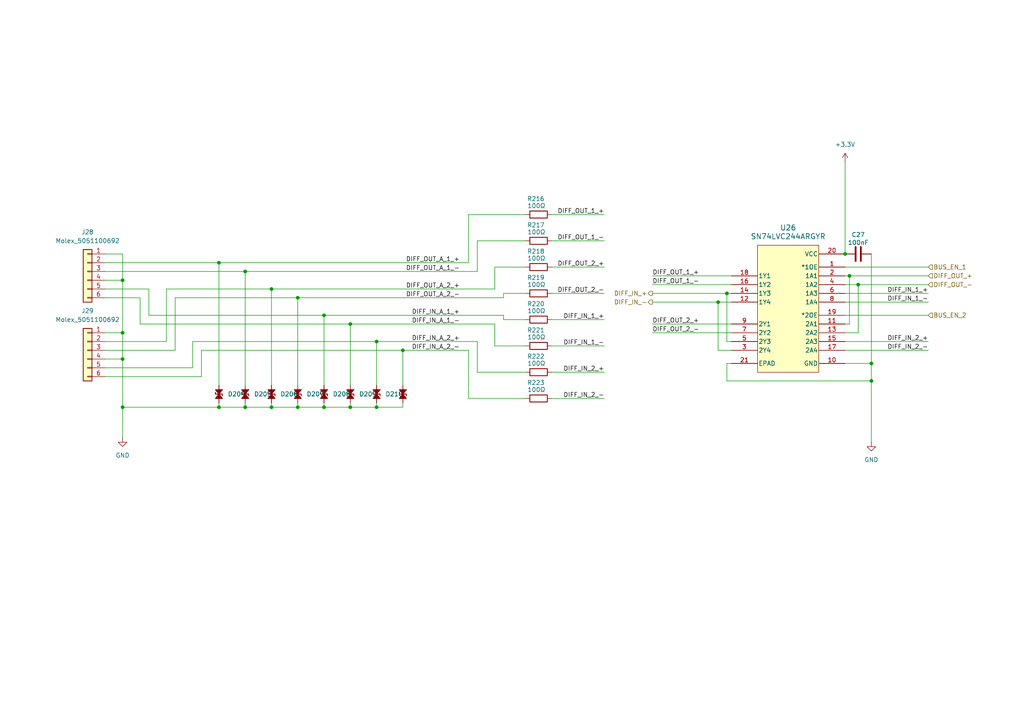
<source format=kicad_sch>
(kicad_sch (version 20250114) (generator "eeschema") (generator_version "9.0")
  (paper "A4")
  (title_block (title "Dual Inner Small Panel Connector") (date "2025-08-04") (rev "REV A") (company "TamperSec") (comment 1 "Justin Newkirk"))
  (lib_symbols
    (symbol "Connector_Generic:Conn_01x06" (pin_names (offset 1.016) (hide yes))
      (property "Reference" "J" (at 0 7.62 0))
      (property "Value" "Conn_01x06" (at 0 -10.16 0))
      (symbol "Conn_01x06_1_1"
        (rectangle (start -1.27 6.35) (end 1.27 -8.89) (stroke (width 0.254)) (fill (type background)))
        (rectangle (start -1.27 5.207) (end 0 4.953) (stroke (width 0.1524)))
        (rectangle (start -1.27 2.667) (end 0 2.413) (stroke (width 0.1524)))
        (rectangle (start -1.27 0.127) (end 0 -0.127) (stroke (width 0.1524)))
        (rectangle (start -1.27 -2.413) (end 0 -2.667) (stroke (width 0.1524)))
        (rectangle (start -1.27 -4.953) (end 0 -5.207) (stroke (width 0.1524)))
        (rectangle (start -1.27 -7.493) (end 0 -7.747) (stroke (width 0.1524)))
        (pin passive line (at -5.08 5.08 0) (length 3.81) (name "Pin_1") (number "1"))
        (pin passive line (at -5.08 2.54 0) (length 3.81) (name "Pin_2") (number "2"))
        (pin passive line (at -5.08 0 0) (length 3.81) (name "Pin_3") (number "3"))
        (pin passive line (at -5.08 -2.54 0) (length 3.81) (name "Pin_4") (number "4"))
        (pin passive line (at -5.08 -5.08 0) (length 3.81) (name "Pin_5") (number "5"))
        (pin passive line (at -5.08 -7.62 0) (length 3.81) (name "Pin_6") (number "6"))
      )
    )
    (symbol "Device:C" (pin_numbers (hide yes)) (pin_names (offset 0.254))
      (property "Reference" "C" (at 0.635 2.54 0))
      (property "Value" "C" (at 0.635 -2.54 0))
      (symbol "C_0_1"
        (polyline (pts (xy -2.032 0.762) (xy 2.032 0.762)) (stroke (width 0.508)))
        (polyline (pts (xy -2.032 -0.762) (xy 2.032 -0.762)) (stroke (width 0.508)))
      )
      (symbol "C_1_1"
        (pin passive line (at 0 3.81 270) (length 2.794) (name "~") (number "1"))
        (pin passive line (at 0 -3.81 90) (length 2.794) (name "~") (number "2"))
      )
    )
    (symbol "Device:D_TVS_Small_Filled" (pin_numbers (hide yes)) (pin_names (offset 1.016) (hide yes))
      (property "Reference" "D" (at 0 2.54 0))
      (property "Value" "D_TVS_Small_Filled" (at 0 -2.54 0))
      (symbol "D_TVS_Small_Filled_0_1"
        (polyline (pts (xy -1.27 0) (xy 1.27 0)))
        (polyline (pts (xy 0.508 1.016) (xy 0 1.016) (xy 0 -1.016) (xy -0.508 -1.016)) (stroke (width 0.254)))
      )
      (symbol "D_TVS_Small_Filled_1_1"
        (polyline (pts (xy -1.27 1.016) (xy -1.27 -1.016) (xy 0 0) (xy -1.27 1.016)) (stroke (width 0.254)) (fill (type outline)))
        (polyline (pts (xy 0 0) (xy 1.27 1.016) (xy 1.27 -1.016) (xy 0 0)) (stroke (width 0.254)) (fill (type outline)))
        (pin passive line (at -2.54 0 0) (length 1.27) (name "A1") (number "1"))
        (pin passive line (at 2.54 0 180) (length 1.27) (name "A2") (number "2"))
      )
    )
    (symbol "Device:R" (pin_numbers (hide yes)) (pin_names (offset 0))
      (property "Reference" "R" (at 2.032 0 90))
      (property "Value" "R" (at 0 0 90))
      (symbol "R_0_1"
        (rectangle (start -1.016 -2.54) (end 1.016 2.54) (stroke (width 0.254)))
      )
      (symbol "R_1_1"
        (pin passive line (at 0 3.81 270) (length 1.27) (name "~") (number "1"))
        (pin passive line (at 0 -3.81 90) (length 1.27) (name "~") (number "2"))
      )
    )
    (symbol "SN74LVC244ARGYR:SN74LVC244ARGYR" (pin_names (offset 0.254))
      (property "Reference" "U" (at 16.002 9.652 0))
      (property "Value" "SN74LVC244ARGYR" (at 16.002 7.112 0))
      (symbol "SN74LVC244ARGYR_0_1"
        (pin output line (at 0 -6.35 0) (length 7.62) (name "1Y2") (number "16"))
        (pin output line (at 0 -8.89 0) (length 7.62) (name "1Y3") (number "14"))
        (pin output line (at 0 -11.43 0) (length 7.62) (name "1Y4") (number "12"))
        (pin output line (at 0 -17.78 0) (length 7.62) (name "2Y1") (number "9"))
        (pin output line (at 0 -20.32 0) (length 7.62) (name "2Y2") (number "7"))
        (pin output line (at 0 -22.86 0) (length 7.62) (name "2Y3") (number "5"))
        (pin output line (at 0 -25.4 0) (length 7.62) (name "2Y4") (number "3"))
        (pin unspecified line (at 0 -29.21 0) (length 7.62) (name "EPAD") (number "21"))
        (pin power_in line (at 33.02 2.54 180) (length 7.62) (name "VCC") (number "20"))
        (pin input line (at 33.02 -1.27 180) (length 7.62) (name "*1OE") (number "1"))
        (pin input line (at 33.02 -3.81 180) (length 7.62) (name "1A1") (number "2"))
        (pin input line (at 33.02 -6.35 180) (length 7.62) (name "1A2") (number "4"))
        (pin input line (at 33.02 -8.89 180) (length 7.62) (name "1A3") (number "6"))
        (pin input line (at 33.02 -11.43 180) (length 7.62) (name "1A4") (number "8"))
        (pin input line (at 33.02 -15.24 180) (length 7.62) (name "*2OE") (number "19"))
        (pin input line (at 33.02 -17.78 180) (length 7.62) (name "2A1") (number "11"))
        (pin input line (at 33.02 -20.32 180) (length 7.62) (name "2A2") (number "13"))
        (pin input line (at 33.02 -22.86 180) (length 7.62) (name "2A3") (number "15"))
        (pin input line (at 33.02 -25.4 180) (length 7.62) (name "2A4") (number "17"))
        (pin power_in line (at 33.02 -29.21 180) (length 7.62) (name "GND") (number "10"))
      )
      (symbol "SN74LVC244ARGYR_1_1"
        (rectangle (start 7.62 5.08) (end 25.4 -31.75) (fill (type background)))
        (pin output line (at 0 -3.81 0) (length 7.62) (name "1Y1") (number "18"))
      )
    )
    (symbol "power:+3.3V" (power) (pin_numbers (hide yes)) (pin_names (offset 0) (hide yes))
      (property "Value" "+3.3V" (at 0 3.556 0))
      (symbol "+3.3V_0_1"
        (polyline (pts (xy -0.762 1.27) (xy 0 2.54)))
        (polyline (pts (xy 0 2.54) (xy 0.762 1.27)))
        (polyline (pts (xy 0 0) (xy 0 2.54)))
      )
      (symbol "+3.3V_1_1"
        (pin power_in line (at 0 0 90) (length 0) (name "~") (number "1"))
      )
    )
    (symbol "power:GND" (power) (pin_numbers (hide yes)) (pin_names (offset 0) (hide yes))
      (property "Value" "GND" (at 0 -3.81 0))
      (symbol "GND_0_1"
        (polyline (pts (xy 0 0) (xy 0 -1.27) (xy 1.27 -1.27) (xy 0 -2.54) (xy -1.27 -1.27) (xy 0 -1.27)))
      )
      (symbol "GND_1_1"
        (pin power_in line (at 0 0 270) (length 0) (name "~") (number "1"))
      )
    )
  )
  (junction (at 78.74 83.82))
  (junction (at 63.5 118.11))
  (junction (at 93.98 118.11))
  (junction (at 35.56 118.11))
  (junction (at 35.56 96.52))
  (junction (at 86.36 86.36))
  (junction (at 109.22 99.06))
  (junction (at 35.56 81.28))
  (junction (at 71.12 118.11))
  (junction (at 252.73 105.41))
  (junction (at 101.6 118.11))
  (junction (at 35.56 104.14))
  (junction (at 248.92 82.55))
  (junction (at 63.5 76.2))
  (junction (at 210.82 85.09))
  (junction (at 101.6 93.98))
  (junction (at 208.28 87.63))
  (junction (at 116.84 101.6))
  (junction (at 246.38 80.01))
  (junction (at 252.73 110.49))
  (junction (at 78.74 118.11))
  (junction (at 71.12 78.74))
  (junction (at 86.36 118.11))
  (junction (at 245.11 73.66))
  (junction (at 93.98 91.44))
  (junction (at 109.22 118.11))
  (wire (pts (xy 175.26 92.71) (xy 160.02 92.71)))
  (wire (pts (xy 35.56 96.52) (xy 35.56 104.14)))
  (wire (pts (xy 93.98 91.44) (xy 146.05 91.44)))
  (wire (pts (xy 212.09 105.41) (xy 210.82 105.41)))
  (wire (pts (xy 135.89 76.2) (xy 135.89 62.23)))
  (wire (pts (xy 30.48 106.68) (xy 55.88 106.68)))
  (wire (pts (xy 78.74 83.82) (xy 78.74 111.76)))
  (wire (pts (xy 86.36 118.11) (xy 93.98 118.11)))
  (wire (pts (xy 135.89 115.57) (xy 152.4 115.57)))
  (wire (pts (xy 109.22 99.06) (xy 109.22 111.76)))
  (wire (pts (xy 116.84 101.6) (xy 116.84 111.76)))
  (wire (pts (xy 189.23 93.98) (xy 212.09 93.98)))
  (wire (pts (xy 143.51 77.47) (xy 152.4 77.47)))
  (wire (pts (xy 109.22 99.06) (xy 138.43 99.06)))
  (wire (pts (xy 245.11 99.06) (xy 269.24 99.06)))
  (wire (pts (xy 101.6 93.98) (xy 143.51 93.98)))
  (wire (pts (xy 175.26 62.23) (xy 160.02 62.23)))
  (wire (pts (xy 252.73 110.49) (xy 252.73 128.27)))
  (wire (pts (xy 208.28 87.63) (xy 212.09 87.63)))
  (wire (pts (xy 146.05 85.09) (xy 146.05 86.36)))
  (wire (pts (xy 71.12 118.11) (xy 71.12 116.84)))
  (wire (pts (xy 208.28 101.6) (xy 212.09 101.6)))
  (wire (pts (xy 71.12 118.11) (xy 78.74 118.11)))
  (wire (pts (xy 48.26 99.06) (xy 30.48 99.06)))
  (wire (pts (xy 246.38 80.01) (xy 269.24 80.01)))
  (wire (pts (xy 146.05 92.71) (xy 146.05 91.44)))
  (wire (pts (xy 86.36 118.11) (xy 86.36 116.84)))
  (wire (pts (xy 101.6 118.11) (xy 101.6 116.84)))
  (wire (pts (xy 101.6 118.11) (xy 109.22 118.11)))
  (wire (pts (xy 175.26 115.57) (xy 160.02 115.57)))
  (wire (pts (xy 40.64 86.36) (xy 40.64 93.98)))
  (wire (pts (xy 245.11 82.55) (xy 248.92 82.55)))
  (wire (pts (xy 210.82 85.09) (xy 210.82 99.06)))
  (wire (pts (xy 30.48 101.6) (xy 50.8 101.6)))
  (wire (pts (xy 143.51 83.82) (xy 143.51 77.47)))
  (wire (pts (xy 138.43 78.74) (xy 138.43 69.85)))
  (wire (pts (xy 109.22 118.11) (xy 116.84 118.11)))
  (wire (pts (xy 135.89 101.6) (xy 135.89 115.57)))
  (wire (pts (xy 30.48 76.2) (xy 63.5 76.2)))
  (wire (pts (xy 210.82 110.49) (xy 252.73 110.49)))
  (wire (pts (xy 86.36 86.36) (xy 86.36 111.76)))
  (wire (pts (xy 35.56 81.28) (xy 35.56 96.52)))
  (wire (pts (xy 30.48 81.28) (xy 35.56 81.28)))
  (wire (pts (xy 78.74 83.82) (xy 48.26 83.82)))
  (wire (pts (xy 189.23 96.52) (xy 212.09 96.52)))
  (wire (pts (xy 245.11 77.47) (xy 269.24 77.47)))
  (wire (pts (xy 78.74 118.11) (xy 86.36 118.11)))
  (wire (pts (xy 43.18 83.82) (xy 43.18 91.44)))
  (wire (pts (xy 30.48 83.82) (xy 43.18 83.82)))
  (wire (pts (xy 175.26 85.09) (xy 160.02 85.09)))
  (wire (pts (xy 93.98 118.11) (xy 93.98 116.84)))
  (wire (pts (xy 55.88 99.06) (xy 109.22 99.06)))
  (wire (pts (xy 210.82 99.06) (xy 212.09 99.06)))
  (wire (pts (xy 189.23 82.55) (xy 212.09 82.55)))
  (wire (pts (xy 30.48 86.36) (xy 40.64 86.36)))
  (wire (pts (xy 252.73 73.66) (xy 252.73 105.41)))
  (wire (pts (xy 252.73 105.41) (xy 252.73 110.49)))
  (wire (pts (xy 245.11 85.09) (xy 269.24 85.09)))
  (wire (pts (xy 30.48 78.74) (xy 71.12 78.74)))
  (wire (pts (xy 138.43 69.85) (xy 152.4 69.85)))
  (wire (pts (xy 86.36 86.36) (xy 146.05 86.36)))
  (wire (pts (xy 245.11 87.63) (xy 269.24 87.63)))
  (wire (pts (xy 175.26 77.47) (xy 160.02 77.47)))
  (wire (pts (xy 138.43 99.06) (xy 138.43 107.95)))
  (wire (pts (xy 175.26 107.95) (xy 160.02 107.95)))
  (wire (pts (xy 101.6 93.98) (xy 101.6 111.76)))
  (wire (pts (xy 58.42 109.22) (xy 58.42 101.6)))
  (wire (pts (xy 63.5 76.2) (xy 135.89 76.2)))
  (wire (pts (xy 30.48 73.66) (xy 35.56 73.66)))
  (wire (pts (xy 50.8 86.36) (xy 86.36 86.36)))
  (wire (pts (xy 116.84 118.11) (xy 116.84 116.84)))
  (wire (pts (xy 63.5 118.11) (xy 63.5 116.84)))
  (wire (pts (xy 245.11 80.01) (xy 246.38 80.01)))
  (wire (pts (xy 40.64 93.98) (xy 101.6 93.98)))
  (wire (pts (xy 189.23 87.63) (xy 208.28 87.63)))
  (wire (pts (xy 58.42 101.6) (xy 116.84 101.6)))
  (wire (pts (xy 189.23 85.09) (xy 210.82 85.09)))
  (wire (pts (xy 48.26 83.82) (xy 48.26 99.06)))
  (wire (pts (xy 78.74 118.11) (xy 78.74 116.84)))
  (wire (pts (xy 135.89 62.23) (xy 152.4 62.23)))
  (wire (pts (xy 245.11 91.44) (xy 269.24 91.44)))
  (wire (pts (xy 71.12 78.74) (xy 71.12 111.76)))
  (wire (pts (xy 138.43 107.95) (xy 152.4 107.95)))
  (wire (pts (xy 245.11 101.6) (xy 269.24 101.6)))
  (wire (pts (xy 35.56 118.11) (xy 35.56 127)))
  (wire (pts (xy 93.98 118.11) (xy 101.6 118.11)))
  (wire (pts (xy 63.5 118.11) (xy 71.12 118.11)))
  (wire (pts (xy 109.22 118.11) (xy 109.22 116.84)))
  (wire (pts (xy 50.8 101.6) (xy 50.8 86.36)))
  (wire (pts (xy 146.05 85.09) (xy 152.4 85.09)))
  (wire (pts (xy 35.56 118.11) (xy 63.5 118.11)))
  (wire (pts (xy 116.84 101.6) (xy 135.89 101.6)))
  (wire (pts (xy 210.82 85.09) (xy 212.09 85.09)))
  (wire (pts (xy 245.11 93.98) (xy 246.38 93.98)))
  (wire (pts (xy 248.92 82.55) (xy 269.24 82.55)))
  (wire (pts (xy 63.5 76.2) (xy 63.5 111.76)))
  (wire (pts (xy 175.26 69.85) (xy 160.02 69.85)))
  (wire (pts (xy 208.28 87.63) (xy 208.28 101.6)))
  (wire (pts (xy 245.11 96.52) (xy 248.92 96.52)))
  (wire (pts (xy 146.05 92.71) (xy 152.4 92.71)))
  (wire (pts (xy 245.11 105.41) (xy 252.73 105.41)))
  (wire (pts (xy 71.12 78.74) (xy 138.43 78.74)))
  (wire (pts (xy 30.48 109.22) (xy 58.42 109.22)))
  (wire (pts (xy 143.51 100.33) (xy 152.4 100.33)))
  (wire (pts (xy 248.92 82.55) (xy 248.92 96.52)))
  (wire (pts (xy 143.51 93.98) (xy 143.51 100.33)))
  (wire (pts (xy 175.26 100.33) (xy 160.02 100.33)))
  (wire (pts (xy 43.18 91.44) (xy 93.98 91.44)))
  (wire (pts (xy 35.56 104.14) (xy 35.56 118.11)))
  (wire (pts (xy 35.56 73.66) (xy 35.56 81.28)))
  (wire (pts (xy 93.98 91.44) (xy 93.98 111.76)))
  (wire (pts (xy 189.23 80.01) (xy 212.09 80.01)))
  (wire (pts (xy 78.74 83.82) (xy 143.51 83.82)))
  (wire (pts (xy 30.48 96.52) (xy 35.56 96.52)))
  (wire (pts (xy 210.82 105.41) (xy 210.82 110.49)))
  (wire (pts (xy 55.88 106.68) (xy 55.88 99.06)))
  (wire (pts (xy 30.48 104.14) (xy 35.56 104.14)))
  (wire (pts (xy 246.38 80.01) (xy 246.38 93.98)))
  (wire (pts (xy 245.11 46.99) (xy 245.11 73.66)))
  (label "DIFF_OUT_2_-" (at 175.26 85.09 180))
  (label "DIFF_OUT_1_+" (at 189.23 80.01 0))
  (label "DIFF_OUT_2_+" (at 175.26 77.47 180))
  (label "DIFF_OUT_2_-" (at 189.23 96.52 0))
  (label "DIFF_IN_2_+" (at 175.26 107.95 180))
  (label "DIFF_OUT_A_1_+" (at 133.35 76.2 180))
  (label "DIFF_IN_A_2_+" (at 133.35 99.06 180))
  (label "DIFF_IN_1_-" (at 175.26 100.33 180))
  (label "DIFF_IN_2_-" (at 269.24 101.6 180))
  (label "DIFF_OUT_A_1_-" (at 133.35 78.74 180))
  (label "DIFF_OUT_2_+" (at 189.23 93.98 0))
  (label "DIFF_IN_A_1_+" (at 133.35 91.44 180))
  (label "DIFF_OUT_1_+" (at 175.26 62.23 180))
  (label "DIFF_IN_A_1_-" (at 133.35 93.98 180))
  (label "DIFF_IN_2_+" (at 269.24 99.06 180))
  (label "DIFF_IN_1_+" (at 175.26 92.71 180))
  (label "DIFF_OUT_1_-" (at 175.26 69.85 180))
  (label "DIFF_IN_1_+" (at 269.24 85.09 180))
  (label "DIFF_OUT_A_2_+" (at 133.35 83.82 180))
  (label "DIFF_IN_A_2_-" (at 133.35 101.6 180))
  (label "DIFF_OUT_A_2_-" (at 133.35 86.36 180))
  (label "DIFF_IN_1_-" (at 269.24 87.63 180))
  (label "DIFF_IN_2_-" (at 175.26 115.57 180))
  (label "DIFF_OUT_1_-" (at 189.23 82.55 0))
  (hierarchical_label "DIFF_OUT_+" (shape input) (at 269.24 80.01 0))
  (hierarchical_label "DIFF_OUT_-" (shape input) (at 269.24 82.55 0))
  (hierarchical_label "DIFF_IN_+" (shape output) (at 189.23 85.09 180))
  (hierarchical_label "BUS_EN_1" (shape input) (at 269.24 77.47 0))
  (hierarchical_label "BUS_EN_2" (shape input) (at 269.24 91.44 0))
  (hierarchical_label "DIFF_IN_-" (shape output) (at 189.23 87.63 180))
  (symbol (lib_id "Device:C") (at 248.92 73.66 270) (unit 1)
    (property "Reference" "C22" (at 248.92 68.072 90))
    (property "Value" "100nF" (at 248.92 70.358 90))
    (property "Footprint" "Capacitor_SMD:C_0201_0603Metric" (effects (hide yes)))
    (property "Datasheet" "https://www.lcsc.com/datasheet/lcsc_datasheet_2304140030_Samsung-Electro-Mechanics-CL03A104KP3NNNC_C49062.pdf" (effects (hide yes)))
    (property "Description" "Unpolarized capacitor" (effects (hide yes)))
    (property "JLCPCB Part #" "C49062" (effects (hide yes)))
    (property "Manufacturer Part #" "CL03A104KP3NNNC" (effects (hide yes)))
    (property "Status" "Extended" (effects (hide yes)))
    (instances (project "cerberus" (path "" (reference "C27") (unit 1)) (path "" (reference "C26") (unit 1)) (path "" (reference "C28") (unit 1)) (path "" (reference "C22") (unit 1))))
  )
  (symbol (lib_id "power:+3.3V") (at 245.11 46.99 0) (unit 1)
    (property "Reference" "#PWR066" (effects (hide yes)))
    (property "Value" "+3.3V" (at 245.11 41.91 0))
    (property "Description" "Power symbol creates a global label with name \"+3.3V\"" (effects (hide yes)))
    (instances (project "cerberus" (path "" (reference "#PWR082") (unit 1)) (path "" (reference "#PWR028") (unit 1)) (path "" (reference "#PWR085") (unit 1)) (path "" (reference "#PWR066") (unit 1))))
  )
  (symbol (lib_id "Device:D_TVS_Small_Filled") (at 63.5 114.3 270) (unit 1)
    (property "Reference" "D76" (at 66.04 114.2999 90) (effects (justify left)))
    (property "Value" "H5VL10B" (effects (hide yes)))
    (property "Footprint" "Diode_SMD:D_SOD-882D" (effects (hide yes)))
    (property "Datasheet" "https://wmsc.lcsc.com/wmsc/upload/file/pdf/v2/lcsc/2306301553_hongjiacheng-H5VL10B_C7420372.pdf" (effects (hide yes)))
    (property "Description" "Bidirectional transient-voltage-suppression diode, small symbol, filled shape" (effects (hide yes)))
    (property "JLCPCB Part #" "C7420372" (effects (hide yes)))
    (property "Manufacturer Part #" "H5VL10B" (effects (hide yes)))
    (property "Status" "Preferred" (effects (hide yes)))
    (instances (project "cerberus" (path "" (reference "D204") (unit 1)) (path "" (reference "D196") (unit 1)) (path "" (reference "D212") (unit 1)) (path "" (reference "D76") (unit 1))))
  )
  (symbol (lib_id "Device:R") (at 156.21 100.33 90) (unit 1)
    (property "Reference" "R113" (at 157.988 95.758 90) (effects (justify left)))
    (property "Value" "100Ω" (at 158.242 97.79 90) (effects (justify left)))
    (property "Footprint" "Resistor_SMD:R_0201_0603Metric" (effects (hide yes)))
    (property "Datasheet" "https://jlcpcb.com/api/file/downloadByFileSystemAccessId/8589784670620848128" (effects (hide yes)))
    (property "Description" "Resistor" (effects (hide yes)))
    (property "JLCPCB Part #" "C270366" (effects (hide yes)))
    (property "Manufacturer Part #" "0201WMF1000TEE" (effects (hide yes)))
    (property "Status" "Extended" (effects (hide yes)))
    (instances (project "cerberus" (path "" (reference "R221") (unit 1)) (path "" (reference "R213") (unit 1)) (path "" (reference "R229") (unit 1)) (path "" (reference "R113") (unit 1))))
  )
  (symbol (lib_id "Device:R") (at 156.21 77.47 90) (unit 1)
    (property "Reference" "R110" (at 157.988 72.898 90) (effects (justify left)))
    (property "Value" "100Ω" (at 158.242 74.93 90) (effects (justify left)))
    (property "Footprint" "Resistor_SMD:R_0201_0603Metric" (effects (hide yes)))
    (property "Datasheet" "https://jlcpcb.com/api/file/downloadByFileSystemAccessId/8589784670620848128" (effects (hide yes)))
    (property "Description" "Resistor" (effects (hide yes)))
    (property "JLCPCB Part #" "C270366" (effects (hide yes)))
    (property "Manufacturer Part #" "0201WMF1000TEE" (effects (hide yes)))
    (property "Status" "Extended" (effects (hide yes)))
    (instances (project "cerberus" (path "" (reference "R218") (unit 1)) (path "" (reference "R210") (unit 1)) (path "" (reference "R226") (unit 1)) (path "" (reference "R110") (unit 1))))
  )
  (symbol (lib_id "SN74LVC244ARGYR:SN74LVC244ARGYR") (at 212.09 76.2 0) (unit 1)
    (property "Reference" "U20" (at 228.6 66.04 0) (effects (font (size 1.524 1.524))))
    (property "Value" "SN74LVC244ARGYR" (at 228.6 68.58 0) (effects (font (size 1.524 1.524))))
    (property "Footprint" "ul_SN74LVC244ARGYR:RGY20_3P05X2P05" (effects (hide yes)))
    (property "Datasheet" "https://www.ti.com/lit/gpn/sn74lvc244a" (effects (hide yes)))
    (property "JLCPCB Part #" "C2652127" (effects (hide yes)))
    (property "Manufacturer Part #" "SN74LVC244ARGYR" (effects (hide yes)))
    (property "Status" "Extended" (effects (hide yes)))
    (instances (project "cerberus" (path "" (reference "U26") (unit 1)) (path "" (reference "U25") (unit 1)) (path "" (reference "U27") (unit 1)) (path "" (reference "U20") (unit 1))))
  )
  (symbol (lib_id "Device:D_TVS_Small_Filled") (at 109.22 114.3 270) (unit 1)
    (property "Reference" "D82" (at 111.76 114.2999 90) (effects (justify left)))
    (property "Value" "H5VL10B" (effects (hide yes)))
    (property "Footprint" "Diode_SMD:D_SOD-882D" (effects (hide yes)))
    (property "Datasheet" "https://wmsc.lcsc.com/wmsc/upload/file/pdf/v2/lcsc/2306301553_hongjiacheng-H5VL10B_C7420372.pdf" (effects (hide yes)))
    (property "Description" "Bidirectional transient-voltage-suppression diode, small symbol, filled shape" (effects (hide yes)))
    (property "JLCPCB Part #" "C7420372" (effects (hide yes)))
    (property "Manufacturer Part #" "H5VL10B" (effects (hide yes)))
    (property "Status" "Preferred" (effects (hide yes)))
    (instances (project "cerberus" (path "" (reference "D210") (unit 1)) (path "" (reference "D202") (unit 1)) (path "" (reference "D218") (unit 1)) (path "" (reference "D82") (unit 1))))
  )
  (symbol (lib_id "Device:R") (at 156.21 85.09 90) (unit 1)
    (property "Reference" "R111" (at 157.988 80.518 90) (effects (justify left)))
    (property "Value" "100Ω" (at 158.242 82.55 90) (effects (justify left)))
    (property "Footprint" "Resistor_SMD:R_0201_0603Metric" (effects (hide yes)))
    (property "Datasheet" "https://jlcpcb.com/api/file/downloadByFileSystemAccessId/8589784670620848128" (effects (hide yes)))
    (property "Description" "Resistor" (effects (hide yes)))
    (property "JLCPCB Part #" "C270366" (effects (hide yes)))
    (property "Manufacturer Part #" "0201WMF1000TEE" (effects (hide yes)))
    (property "Status" "Extended" (effects (hide yes)))
    (instances (project "cerberus" (path "" (reference "R219") (unit 1)) (path "" (reference "R211") (unit 1)) (path "" (reference "R227") (unit 1)) (path "" (reference "R111") (unit 1))))
  )
  (symbol (lib_id "Device:D_TVS_Small_Filled") (at 93.98 114.3 270) (unit 1)
    (property "Reference" "D80" (at 96.52 114.2999 90) (effects (justify left)))
    (property "Value" "H5VL10B" (effects (hide yes)))
    (property "Footprint" "Diode_SMD:D_SOD-882D" (effects (hide yes)))
    (property "Datasheet" "https://wmsc.lcsc.com/wmsc/upload/file/pdf/v2/lcsc/2306301553_hongjiacheng-H5VL10B_C7420372.pdf" (effects (hide yes)))
    (property "Description" "Bidirectional transient-voltage-suppression diode, small symbol, filled shape" (effects (hide yes)))
    (property "JLCPCB Part #" "C7420372" (effects (hide yes)))
    (property "Manufacturer Part #" "H5VL10B" (effects (hide yes)))
    (property "Status" "Preferred" (effects (hide yes)))
    (instances (project "cerberus" (path "" (reference "D208") (unit 1)) (path "" (reference "D200") (unit 1)) (path "" (reference "D216") (unit 1)) (path "" (reference "D80") (unit 1))))
  )
  (symbol (lib_id "Device:D_TVS_Small_Filled") (at 71.12 114.3 270) (unit 1)
    (property "Reference" "D77" (at 73.66 114.2999 90) (effects (justify left)))
    (property "Value" "H5VL10B" (effects (hide yes)))
    (property "Footprint" "Diode_SMD:D_SOD-882D" (effects (hide yes)))
    (property "Datasheet" "https://wmsc.lcsc.com/wmsc/upload/file/pdf/v2/lcsc/2306301553_hongjiacheng-H5VL10B_C7420372.pdf" (effects (hide yes)))
    (property "Description" "Bidirectional transient-voltage-suppression diode, small symbol, filled shape" (effects (hide yes)))
    (property "JLCPCB Part #" "C7420372" (effects (hide yes)))
    (property "Manufacturer Part #" "H5VL10B" (effects (hide yes)))
    (property "Status" "Preferred" (effects (hide yes)))
    (instances (project "cerberus" (path "" (reference "D205") (unit 1)) (path "" (reference "D197") (unit 1)) (path "" (reference "D213") (unit 1)) (path "" (reference "D77") (unit 1))))
  )
  (symbol (lib_id "Connector_Generic:Conn_01x06") (at 25.4 101.6 0) (mirror y) (unit 1)
    (property "Reference" "J11" (at 25.4 90.17 0))
    (property "Value" "Molex_5051100692" (at 25.4 92.71 0))
    (property "Footprint" "ul_5051100692:CON_5051100692_MOL" (effects (hide yes)))
    (property "Description" "Generic connector, single row, 01x06, script generated (kicad-library-utils/schlib/autogen/connector/)" (effects (hide yes)))
    (instances (project "cerberus" (path "" (reference "J29") (unit 1)) (path "" (reference "J27") (unit 1)) (path "" (reference "J31") (unit 1)) (path "" (reference "J11") (unit 1))))
  )
  (symbol (lib_id "Device:D_TVS_Small_Filled") (at 86.36 114.3 270) (unit 1)
    (property "Reference" "D79" (at 88.9 114.2999 90) (effects (justify left)))
    (property "Value" "H5VL10B" (effects (hide yes)))
    (property "Footprint" "Diode_SMD:D_SOD-882D" (effects (hide yes)))
    (property "Datasheet" "https://wmsc.lcsc.com/wmsc/upload/file/pdf/v2/lcsc/2306301553_hongjiacheng-H5VL10B_C7420372.pdf" (effects (hide yes)))
    (property "Description" "Bidirectional transient-voltage-suppression diode, small symbol, filled shape" (effects (hide yes)))
    (property "JLCPCB Part #" "C7420372" (effects (hide yes)))
    (property "Manufacturer Part #" "H5VL10B" (effects (hide yes)))
    (property "Status" "Preferred" (effects (hide yes)))
    (instances (project "cerberus" (path "" (reference "D207") (unit 1)) (path "" (reference "D199") (unit 1)) (path "" (reference "D215") (unit 1)) (path "" (reference "D79") (unit 1))))
  )
  (symbol (lib_id "power:GND") (at 35.56 127 0) (unit 1)
    (property "Reference" "#PWR074" (effects (hide yes)))
    (property "Value" "GND" (at 35.56 132.08 0))
    (property "Description" "Power symbol creates a global label with name \"GND\" , ground" (effects (hide yes)))
    (instances (project "cerberus" (path "" (reference "#PWR081") (unit 1)) (path "" (reference "#PWR019") (unit 1)) (path "" (reference "#PWR084") (unit 1)) (path "" (reference "#PWR074") (unit 1))))
  )
  (symbol (lib_id "Device:R") (at 156.21 92.71 90) (unit 1)
    (property "Reference" "R112" (at 157.988 88.138 90) (effects (justify left)))
    (property "Value" "100Ω" (at 158.242 90.17 90) (effects (justify left)))
    (property "Footprint" "Resistor_SMD:R_0201_0603Metric" (effects (hide yes)))
    (property "Datasheet" "https://jlcpcb.com/api/file/downloadByFileSystemAccessId/8589784670620848128" (effects (hide yes)))
    (property "Description" "Resistor" (effects (hide yes)))
    (property "JLCPCB Part #" "C270366" (effects (hide yes)))
    (property "Manufacturer Part #" "0201WMF1000TEE" (effects (hide yes)))
    (property "Status" "Extended" (effects (hide yes)))
    (instances (project "cerberus" (path "" (reference "R220") (unit 1)) (path "" (reference "R212") (unit 1)) (path "" (reference "R228") (unit 1)) (path "" (reference "R112") (unit 1))))
  )
  (symbol (lib_id "Device:D_TVS_Small_Filled") (at 116.84 114.3 270) (unit 1)
    (property "Reference" "D83" (effects (hide yes)))
    (property "Value" "H5VL10B" (effects (hide yes)))
    (property "Footprint" "Diode_SMD:D_SOD-882D" (effects (hide yes)))
    (property "Datasheet" "https://wmsc.lcsc.com/wmsc/upload/file/pdf/v2/lcsc/2306301553_hongjiacheng-H5VL10B_C7420372.pdf" (effects (hide yes)))
    (property "Description" "Bidirectional transient-voltage-suppression diode, small symbol, filled shape" (effects (hide yes)))
    (property "JLCPCB Part #" "C7420372" (effects (hide yes)))
    (property "Manufacturer Part #" "H5VL10B" (effects (hide yes)))
    (property "Status" "Preferred" (effects (hide yes)))
    (instances (project "cerberus" (path "" (reference "D211") (unit 1)) (path "" (reference "D203") (unit 1)) (path "" (reference "D219") (unit 1)) (path "" (reference "D83") (unit 1))))
  )
  (symbol (lib_id "Device:R") (at 156.21 69.85 90) (unit 1)
    (property "Reference" "R109" (at 157.988 65.278 90) (effects (justify left)))
    (property "Value" "100Ω" (at 158.242 67.31 90) (effects (justify left)))
    (property "Footprint" "Resistor_SMD:R_0201_0603Metric" (effects (hide yes)))
    (property "Datasheet" "https://jlcpcb.com/api/file/downloadByFileSystemAccessId/8589784670620848128" (effects (hide yes)))
    (property "Description" "Resistor" (effects (hide yes)))
    (property "JLCPCB Part #" "C270366" (effects (hide yes)))
    (property "Manufacturer Part #" "0201WMF1000TEE" (effects (hide yes)))
    (property "Status" "Extended" (effects (hide yes)))
    (instances (project "cerberus" (path "" (reference "R217") (unit 1)) (path "" (reference "R209") (unit 1)) (path "" (reference "R225") (unit 1)) (path "" (reference "R109") (unit 1))))
  )
  (symbol (lib_id "Device:R") (at 156.21 62.23 90) (unit 1)
    (property "Reference" "R108" (at 157.988 57.658 90) (effects (justify left)))
    (property "Value" "100Ω" (at 158.242 59.69 90) (effects (justify left)))
    (property "Footprint" "Resistor_SMD:R_0201_0603Metric" (effects (hide yes)))
    (property "Datasheet" "https://jlcpcb.com/api/file/downloadByFileSystemAccessId/8589784670620848128" (effects (hide yes)))
    (property "Description" "Resistor" (effects (hide yes)))
    (property "JLCPCB Part #" "C270366" (effects (hide yes)))
    (property "Manufacturer Part #" "0201WMF1000TEE" (effects (hide yes)))
    (property "Status" "Extended" (effects (hide yes)))
    (instances (project "cerberus" (path "" (reference "R216") (unit 1)) (path "" (reference "R208") (unit 1)) (path "" (reference "R224") (unit 1)) (path "" (reference "R108") (unit 1))))
  )
  (symbol (lib_id "power:GND") (at 252.73 128.27 0) (unit 1)
    (property "Reference" "#PWR067" (effects (hide yes)))
    (property "Value" "GND" (at 252.73 133.35 0))
    (property "Description" "Power symbol creates a global label with name \"GND\" , ground" (effects (hide yes)))
    (instances (project "cerberus" (path "" (reference "#PWR083") (unit 1)) (path "" (reference "#PWR080") (unit 1)) (path "" (reference "#PWR086") (unit 1)) (path "" (reference "#PWR067") (unit 1))))
  )
  (symbol (lib_id "Device:R") (at 156.21 107.95 90) (unit 1)
    (property "Reference" "R114" (at 157.988 103.378 90) (effects (justify left)))
    (property "Value" "100Ω" (at 158.242 105.41 90) (effects (justify left)))
    (property "Footprint" "Resistor_SMD:R_0201_0603Metric" (effects (hide yes)))
    (property "Datasheet" "https://jlcpcb.com/api/file/downloadByFileSystemAccessId/8589784670620848128" (effects (hide yes)))
    (property "Description" "Resistor" (effects (hide yes)))
    (property "JLCPCB Part #" "C270366" (effects (hide yes)))
    (property "Manufacturer Part #" "0201WMF1000TEE" (effects (hide yes)))
    (property "Status" "Extended" (effects (hide yes)))
    (instances (project "cerberus" (path "" (reference "R222") (unit 1)) (path "" (reference "R214") (unit 1)) (path "" (reference "R230") (unit 1)) (path "" (reference "R114") (unit 1))))
  )
  (symbol (lib_id "Device:D_TVS_Small_Filled") (at 101.6 114.3 270) (unit 1)
    (property "Reference" "D81" (at 104.14 114.2999 90) (effects (justify left)))
    (property "Value" "H5VL10B" (effects (hide yes)))
    (property "Footprint" "Diode_SMD:D_SOD-882D" (effects (hide yes)))
    (property "Datasheet" "https://wmsc.lcsc.com/wmsc/upload/file/pdf/v2/lcsc/2306301553_hongjiacheng-H5VL10B_C7420372.pdf" (effects (hide yes)))
    (property "Description" "Bidirectional transient-voltage-suppression diode, small symbol, filled shape" (effects (hide yes)))
    (property "JLCPCB Part #" "C7420372" (effects (hide yes)))
    (property "Manufacturer Part #" "H5VL10B" (effects (hide yes)))
    (property "Status" "Preferred" (effects (hide yes)))
    (instances (project "cerberus" (path "" (reference "D209") (unit 1)) (path "" (reference "D201") (unit 1)) (path "" (reference "D217") (unit 1)) (path "" (reference "D81") (unit 1))))
  )
  (symbol (lib_id "Device:R") (at 156.21 115.57 90) (unit 1)
    (property "Reference" "R115" (at 157.988 110.998 90) (effects (justify left)))
    (property "Value" "100Ω" (at 158.242 113.03 90) (effects (justify left)))
    (property "Footprint" "Resistor_SMD:R_0201_0603Metric" (effects (hide yes)))
    (property "Datasheet" "https://jlcpcb.com/api/file/downloadByFileSystemAccessId/8589784670620848128" (effects (hide yes)))
    (property "Description" "Resistor" (effects (hide yes)))
    (property "JLCPCB Part #" "C270366" (effects (hide yes)))
    (property "Manufacturer Part #" "0201WMF1000TEE" (effects (hide yes)))
    (property "Status" "Extended" (effects (hide yes)))
    (instances (project "cerberus" (path "" (reference "R223") (unit 1)) (path "" (reference "R215") (unit 1)) (path "" (reference "R231") (unit 1)) (path "" (reference "R115") (unit 1))))
  )
  (symbol (lib_id "Connector_Generic:Conn_01x06") (at 25.4 78.74 0) (mirror y) (unit 1)
    (property "Reference" "J10" (at 25.4 67.31 0))
    (property "Value" "Molex_5051100692" (at 25.4 69.85 0))
    (property "Footprint" "ul_5051100692:CON_5051100692_MOL" (effects (hide yes)))
    (property "Description" "Generic connector, single row, 01x06, script generated (kicad-library-utils/schlib/autogen/connector/)" (effects (hide yes)))
    (instances (project "cerberus" (path "" (reference "J28") (unit 1)) (path "" (reference "J26") (unit 1)) (path "" (reference "J30") (unit 1)) (path "" (reference "J10") (unit 1))))
  )
  (symbol (lib_id "Device:D_TVS_Small_Filled") (at 78.74 114.3 270) (unit 1)
    (property "Reference" "D78" (at 81.28 114.2999 90) (effects (justify left)))
    (property "Value" "H5VL10B" (effects (hide yes)))
    (property "Footprint" "Diode_SMD:D_SOD-882D" (effects (hide yes)))
    (property "Datasheet" "https://wmsc.lcsc.com/wmsc/upload/file/pdf/v2/lcsc/2306301553_hongjiacheng-H5VL10B_C7420372.pdf" (effects (hide yes)))
    (property "Description" "Bidirectional transient-voltage-suppression diode, small symbol, filled shape" (effects (hide yes)))
    (property "JLCPCB Part #" "C7420372" (effects (hide yes)))
    (property "Manufacturer Part #" "H5VL10B" (effects (hide yes)))
    (property "Status" "Preferred" (effects (hide yes)))
    (instances (project "cerberus" (path "" (reference "D206") (unit 1)) (path "" (reference "D198") (unit 1)) (path "" (reference "D214") (unit 1)) (path "" (reference "D78") (unit 1))))
  )
)
</source>
